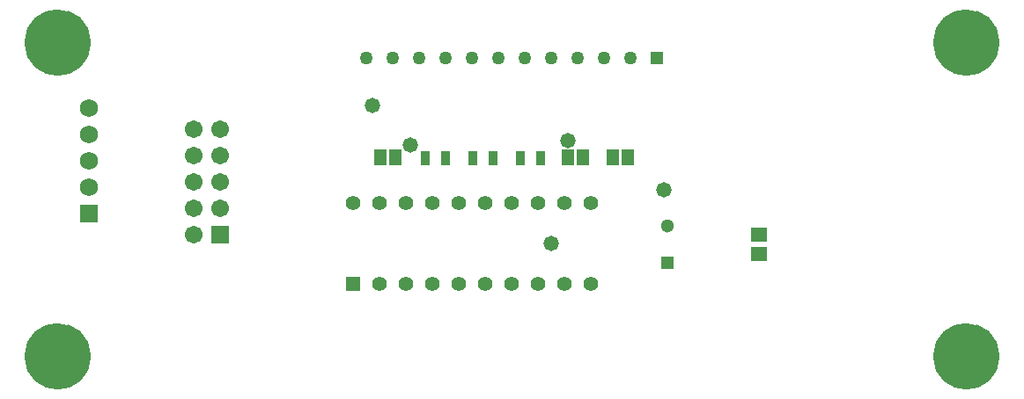
<source format=gbr>
G04*
G04 #@! TF.GenerationSoftware,Altium Limited,Altium Designer,23.2.1 (34)*
G04*
G04 Layer_Color=8388736*
%FSLAX25Y25*%
%MOIN*%
G70*
G04*
G04 #@! TF.SameCoordinates,4C8DD8F6-A57A-4931-99BD-73A2A12B2EB2*
G04*
G04*
G04 #@! TF.FilePolarity,Negative*
G04*
G01*
G75*
%ADD16R,0.05938X0.05534*%
%ADD17R,0.03740X0.05709*%
%ADD18C,0.06299*%
%ADD19R,0.04934X0.06115*%
%ADD20R,0.05118X0.05118*%
%ADD21C,0.05118*%
%ADD22C,0.17623*%
%ADD23R,0.06902X0.06902*%
%ADD24C,0.06902*%
%ADD25C,0.05000*%
%ADD26R,0.05000X0.05000*%
%ADD27R,0.05485X0.05485*%
%ADD28C,0.05485*%
%ADD29R,0.06706X0.06706*%
%ADD30C,0.06706*%
%ADD31C,0.03162*%
%ADD32C,0.05800*%
D16*
X563500Y401707D02*
D03*
Y409000D02*
D03*
D17*
X473161Y438000D02*
D03*
X480839D02*
D03*
X455161D02*
D03*
X462839D02*
D03*
X437161D02*
D03*
X444839D02*
D03*
D18*
X307449Y482000D02*
G03*
X307449Y482000I-9449J0D01*
G01*
X651449Y363000D02*
G03*
X651449Y363000I-9449J0D01*
G01*
Y482000D02*
G03*
X651449Y482000I-9449J0D01*
G01*
X307449Y363000D02*
G03*
X307449Y363000I-9449J0D01*
G01*
D19*
X491047Y438500D02*
D03*
X496953D02*
D03*
X513953D02*
D03*
X508047D02*
D03*
X425953D02*
D03*
X420047D02*
D03*
D20*
X529000Y398610D02*
D03*
D21*
Y412390D02*
D03*
D22*
X298000Y482000D02*
D03*
X642000Y363000D02*
D03*
Y482000D02*
D03*
X298000Y363000D02*
D03*
D23*
X310000Y417000D02*
D03*
D24*
Y427000D02*
D03*
Y437000D02*
D03*
Y447000D02*
D03*
Y457000D02*
D03*
D25*
X415000Y476000D02*
D03*
X425000D02*
D03*
X435000D02*
D03*
X445000D02*
D03*
X455000D02*
D03*
X465000D02*
D03*
X475000D02*
D03*
X485000D02*
D03*
X495000D02*
D03*
X505000D02*
D03*
X515000D02*
D03*
D26*
X525000D02*
D03*
D27*
X410000Y390500D02*
D03*
D28*
X420000D02*
D03*
X430000D02*
D03*
X440000D02*
D03*
X450000D02*
D03*
X460000D02*
D03*
X470000D02*
D03*
X480000D02*
D03*
X490000D02*
D03*
X500000D02*
D03*
Y421130D02*
D03*
X490000D02*
D03*
X480000D02*
D03*
X470000D02*
D03*
X460000D02*
D03*
X450000D02*
D03*
X440000D02*
D03*
X430000D02*
D03*
X420000D02*
D03*
X410000D02*
D03*
D29*
X359500Y409000D02*
D03*
D30*
X349500D02*
D03*
X359500Y419000D02*
D03*
X349500D02*
D03*
X359500Y429000D02*
D03*
X349500D02*
D03*
X359500Y439000D02*
D03*
X349500D02*
D03*
X359500Y449000D02*
D03*
X349500D02*
D03*
D31*
X304124Y488125D02*
D03*
X306661Y482000D02*
D03*
X304124Y475876D02*
D03*
X298000Y473339D02*
D03*
X291876Y475876D02*
D03*
X289339Y482000D02*
D03*
X291876Y488125D02*
D03*
X298000Y490661D02*
D03*
X648125Y369125D02*
D03*
X650661Y363000D02*
D03*
X648125Y356875D02*
D03*
X642000Y354339D02*
D03*
X635876Y356875D02*
D03*
X633339Y363000D02*
D03*
X635876Y369125D02*
D03*
X642000Y371661D02*
D03*
X648125Y488125D02*
D03*
X650661Y482000D02*
D03*
X648125Y475876D02*
D03*
X642000Y473339D02*
D03*
X635876Y475876D02*
D03*
X633339Y482000D02*
D03*
X635876Y488125D02*
D03*
X642000Y490661D02*
D03*
X304124Y369125D02*
D03*
X306661Y363000D02*
D03*
X304124Y356875D02*
D03*
X298000Y354339D02*
D03*
X291876Y356875D02*
D03*
X289339Y363000D02*
D03*
X291876Y369125D02*
D03*
X298000Y371661D02*
D03*
D32*
X417150Y458150D02*
D03*
X527600Y426100D02*
D03*
X484957Y405743D02*
D03*
X491047Y444700D02*
D03*
X431600Y443200D02*
D03*
M02*

</source>
